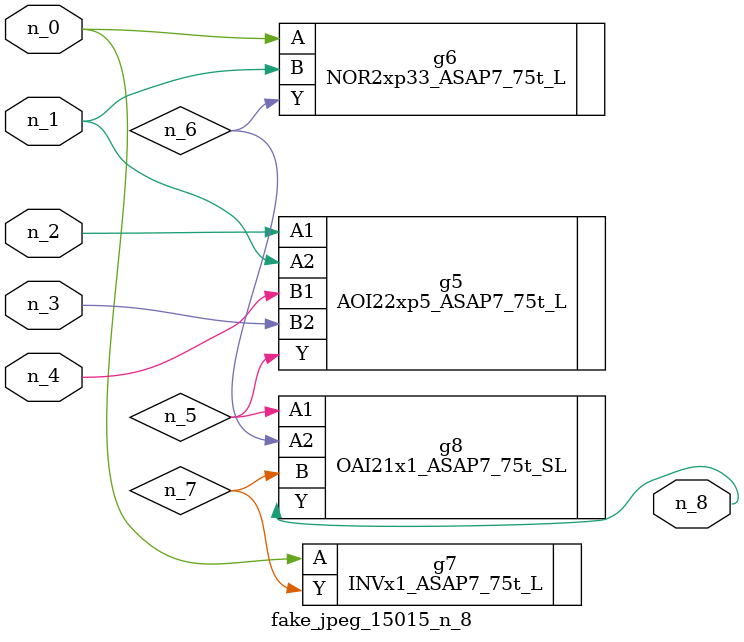
<source format=v>
module fake_jpeg_15015_n_8 (n_3, n_2, n_1, n_0, n_4, n_8);

input n_3;
input n_2;
input n_1;
input n_0;
input n_4;

output n_8;

wire n_6;
wire n_5;
wire n_7;

AOI22xp5_ASAP7_75t_L g5 ( 
.A1(n_2),
.A2(n_1),
.B1(n_4),
.B2(n_3),
.Y(n_5)
);

NOR2xp33_ASAP7_75t_L g6 ( 
.A(n_0),
.B(n_1),
.Y(n_6)
);

INVx1_ASAP7_75t_L g7 ( 
.A(n_0),
.Y(n_7)
);

OAI21x1_ASAP7_75t_SL g8 ( 
.A1(n_5),
.A2(n_6),
.B(n_7),
.Y(n_8)
);


endmodule
</source>
